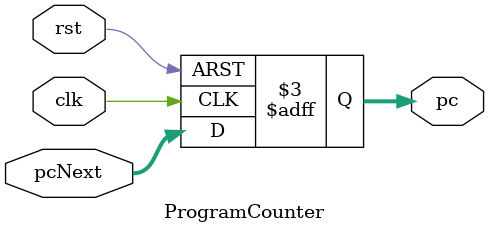
<source format=sv>
module ProgramCounter #( parameter REG_BITS=32)
(
    input logic  clk, rst,
    input logic [REG_BITS-1:0] pcNext,
    output logic  [REG_BITS-1:0] pc
);
    always_ff @(posedge clk or negedge rst) begin
        if (!rst) pc = 'b0;
        else pc = pcNext;
    end
endmodule
</source>
